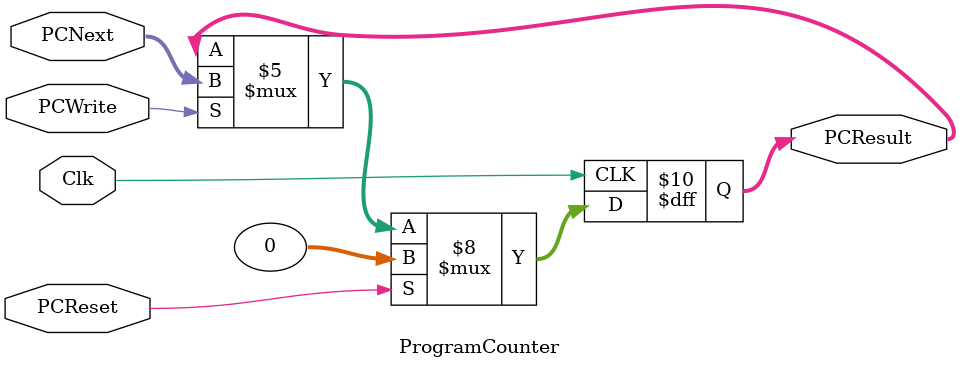
<source format=v>
`timescale 1ns / 1ps


module ProgramCounter#(parameter  DW = 32)
                                  (input Clk, PCReset, PCWrite,
                                  input [DW-1:0]PCNext,
                                  output reg [DW-1:0] PCResult);
                                  
       initial begin
            PCResult <= 5'b0;
       end
       
       always @(posedge Clk)
            begin
            if (PCReset == 1) PCResult <= 5'b0; 
            
            else begin
            //if PCWrite, then program will output the next instruction
                if (PCWrite == 1)
                PCResult <= PCNext;  
            end
            end
endmodule            
            
</source>
